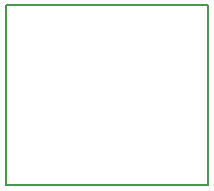
<source format=gbr>
%TF.GenerationSoftware,KiCad,Pcbnew,(6.0.4)*%
%TF.CreationDate,2023-08-09T15:54:22-04:00*%
%TF.ProjectId,ENS160,454e5331-3630-42e6-9b69-6361645f7063,rev?*%
%TF.SameCoordinates,Original*%
%TF.FileFunction,Profile,NP*%
%FSLAX46Y46*%
G04 Gerber Fmt 4.6, Leading zero omitted, Abs format (unit mm)*
G04 Created by KiCad (PCBNEW (6.0.4)) date 2023-08-09 15:54:22*
%MOMM*%
%LPD*%
G01*
G04 APERTURE LIST*
%TA.AperFunction,Profile*%
%ADD10C,0.200000*%
%TD*%
G04 APERTURE END LIST*
D10*
X135500000Y-91600000D02*
X152550000Y-91600000D01*
X152550000Y-91600000D02*
X152550000Y-106850000D01*
X152550000Y-106850000D02*
X135500000Y-106850000D01*
X135500000Y-106850000D02*
X135500000Y-91600000D01*
M02*

</source>
